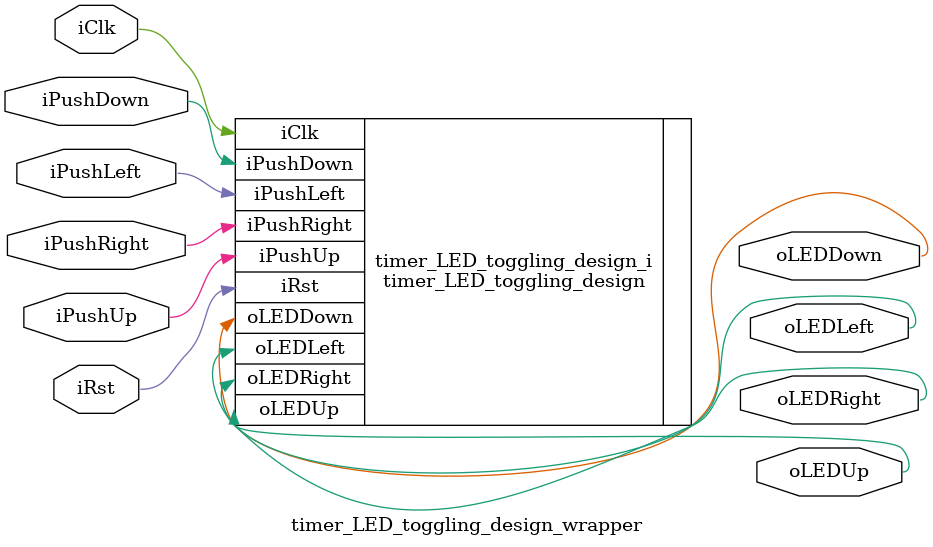
<source format=v>
`timescale 1 ps / 1 ps

module timer_LED_toggling_design_wrapper
   (iClk,
    iPushDown,
    iPushLeft,
    iPushRight,
    iPushUp,
    iRst,
    oLEDDown,
    oLEDLeft,
    oLEDRight,
    oLEDUp);
  input iClk;
  input iPushDown;
  input iPushLeft;
  input iPushRight;
  input iPushUp;
  input iRst;
  output oLEDDown;
  output oLEDLeft;
  output oLEDRight;
  output oLEDUp;

  wire iClk;
  wire iPushDown;
  wire iPushLeft;
  wire iPushRight;
  wire iPushUp;
  wire iRst;
  wire oLEDDown;
  wire oLEDLeft;
  wire oLEDRight;
  wire oLEDUp;

  timer_LED_toggling_design timer_LED_toggling_design_i
       (.iClk(iClk),
        .iPushDown(iPushDown),
        .iPushLeft(iPushLeft),
        .iPushRight(iPushRight),
        .iPushUp(iPushUp),
        .iRst(iRst),
        .oLEDDown(oLEDDown),
        .oLEDLeft(oLEDLeft),
        .oLEDRight(oLEDRight),
        .oLEDUp(oLEDUp));
endmodule

</source>
